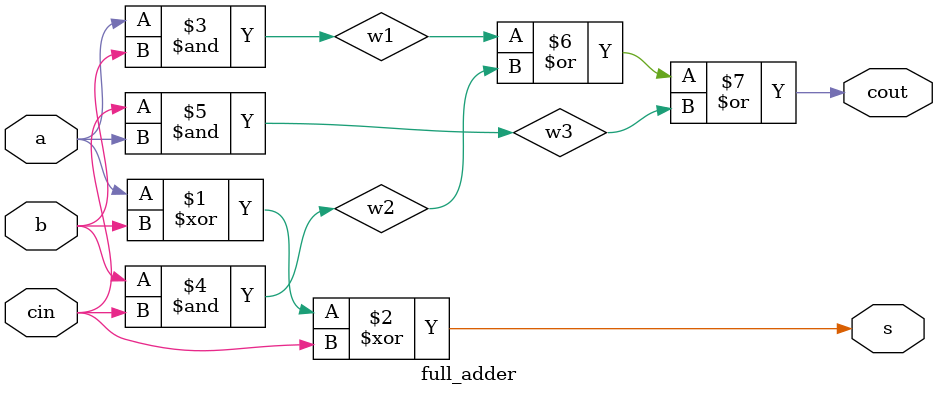
<source format=v>
`timescale 1ns / 1ps
module full_adder(s,cout,a,b,cin);
input a,b,cin;
output s,cout;
wire w1,w2,w3;
xor x1(s,a,b,cin);
and a1(w1,a,b);
and a2(w2,b,cin);
and a3(w3,cin,a);
or o1(cout,w1,w2,w3);
endmodule

</source>
